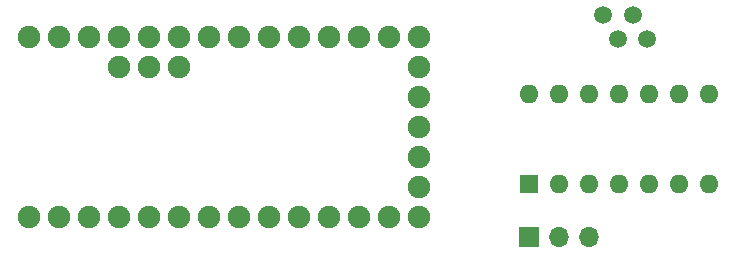
<source format=gbl>
G04 #@! TF.FileFunction,Copper,L2,Bot,Signal*
%FSLAX46Y46*%
G04 Gerber Fmt 4.6, Leading zero omitted, Abs format (unit mm)*
G04 Created by KiCad (PCBNEW 4.0.6) date Tuesday, May 23, 2017 'AMt' 09:44:31 AM*
%MOMM*%
%LPD*%
G01*
G04 APERTURE LIST*
%ADD10C,0.100000*%
%ADD11C,1.900000*%
%ADD12R,1.600000X1.600000*%
%ADD13O,1.600000X1.600000*%
%ADD14R,1.700000X1.700000*%
%ADD15O,1.700000X1.700000*%
%ADD16C,1.500000*%
G04 APERTURE END LIST*
D10*
D11*
X139865100Y-99923600D03*
X142405100Y-99923600D03*
X144945100Y-99923600D03*
X165265100Y-110083600D03*
X165265100Y-107543600D03*
X165265100Y-105003600D03*
X165265100Y-99923600D03*
X165265100Y-102463600D03*
X134785100Y-112623600D03*
X137325100Y-112623600D03*
X139865100Y-112623600D03*
X142405100Y-112623600D03*
X144945100Y-112623600D03*
X147485100Y-112623600D03*
X150025100Y-112623600D03*
X152565100Y-112623600D03*
X155105100Y-112623600D03*
X157645100Y-112623600D03*
X160185100Y-112623600D03*
X162725100Y-112623600D03*
X165265100Y-112623600D03*
X165265100Y-97383600D03*
X162725100Y-97383600D03*
X160185100Y-97383600D03*
X157645100Y-97383600D03*
X155105100Y-97383600D03*
X152565100Y-97383600D03*
X150025100Y-97383600D03*
X147485100Y-97383600D03*
X144945100Y-97383600D03*
X142405100Y-97383600D03*
X139865100Y-97383600D03*
X137325100Y-97383600D03*
X134785100Y-97383600D03*
X132245100Y-97383600D03*
X132245100Y-112623600D03*
D12*
X174625000Y-109855000D03*
D13*
X189865000Y-102235000D03*
X177165000Y-109855000D03*
X187325000Y-102235000D03*
X179705000Y-109855000D03*
X184785000Y-102235000D03*
X182245000Y-109855000D03*
X182245000Y-102235000D03*
X184785000Y-109855000D03*
X179705000Y-102235000D03*
X187325000Y-109855000D03*
X177165000Y-102235000D03*
X189865000Y-109855000D03*
X174625000Y-102235000D03*
D14*
X174625000Y-114300000D03*
D15*
X177165000Y-114300000D03*
X179705000Y-114300000D03*
D16*
X182130000Y-97520000D03*
X184630000Y-97520000D03*
X180880000Y-95520000D03*
X183380000Y-95520000D03*
M02*

</source>
